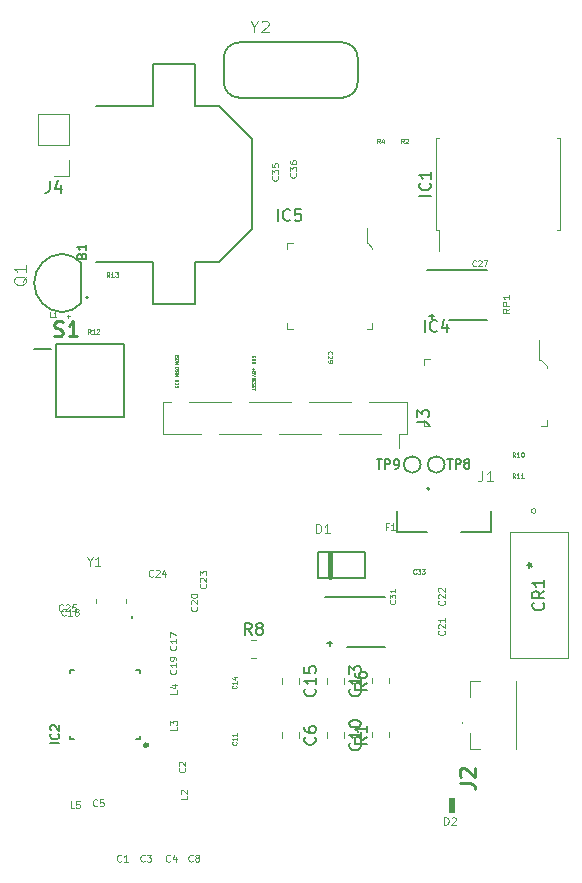
<source format=gto>
G04 #@! TF.GenerationSoftware,KiCad,Pcbnew,(5.1.10)-1*
G04 #@! TF.CreationDate,2021-06-08T22:52:37-07:00*
G04 #@! TF.ProjectId,Plug_Pass,506c7567-5f50-4617-9373-2e6b69636164,v3.1*
G04 #@! TF.SameCoordinates,Original*
G04 #@! TF.FileFunction,Legend,Top*
G04 #@! TF.FilePolarity,Positive*
%FSLAX46Y46*%
G04 Gerber Fmt 4.6, Leading zero omitted, Abs format (unit mm)*
G04 Created by KiCad (PCBNEW (5.1.10)-1) date 2021-06-08 22:52:37*
%MOMM*%
%LPD*%
G01*
G04 APERTURE LIST*
%ADD10C,0.050000*%
%ADD11C,0.127000*%
%ADD12C,0.200000*%
%ADD13C,0.010000*%
%ADD14C,0.120000*%
%ADD15C,0.100000*%
%ADD16C,0.203200*%
%ADD17C,0.406400*%
%ADD18C,0.304800*%
%ADD19C,0.015000*%
%ADD20C,0.150000*%
%ADD21C,0.038608*%
%ADD22C,0.046329*%
%ADD23C,0.254000*%
%ADD24C,0.138988*%
%ADD25C,0.057912*%
%ADD26C,0.050800*%
%ADD27C,0.061772*%
G04 APERTURE END LIST*
D10*
X148349904Y-83329904D02*
X148468952Y-83246571D01*
X148349904Y-83187047D02*
X148599904Y-83187047D01*
X148599904Y-83282285D01*
X148588000Y-83306095D01*
X148576095Y-83318000D01*
X148552285Y-83329904D01*
X148516571Y-83329904D01*
X148492761Y-83318000D01*
X148480857Y-83306095D01*
X148468952Y-83282285D01*
X148468952Y-83187047D01*
X148480857Y-83437047D02*
X148480857Y-83520380D01*
X148349904Y-83556095D02*
X148349904Y-83437047D01*
X148599904Y-83437047D01*
X148599904Y-83556095D01*
X148361809Y-83651333D02*
X148349904Y-83687047D01*
X148349904Y-83746571D01*
X148361809Y-83770380D01*
X148373714Y-83782285D01*
X148397523Y-83794190D01*
X148421333Y-83794190D01*
X148445142Y-83782285D01*
X148457047Y-83770380D01*
X148468952Y-83746571D01*
X148480857Y-83698952D01*
X148492761Y-83675142D01*
X148504666Y-83663238D01*
X148528476Y-83651333D01*
X148552285Y-83651333D01*
X148576095Y-83663238D01*
X148588000Y-83675142D01*
X148599904Y-83698952D01*
X148599904Y-83758476D01*
X148588000Y-83794190D01*
X148480857Y-83901333D02*
X148480857Y-83984666D01*
X148349904Y-84020380D02*
X148349904Y-83901333D01*
X148599904Y-83901333D01*
X148599904Y-84020380D01*
X148599904Y-84091809D02*
X148599904Y-84234666D01*
X148349904Y-84163238D02*
X148599904Y-84163238D01*
X148445142Y-82355571D02*
X148445142Y-82546047D01*
X148349904Y-82450809D02*
X148540380Y-82450809D01*
X148599904Y-82784142D02*
X148599904Y-82665095D01*
X148480857Y-82653190D01*
X148492761Y-82665095D01*
X148504666Y-82688904D01*
X148504666Y-82748428D01*
X148492761Y-82772238D01*
X148480857Y-82784142D01*
X148457047Y-82796047D01*
X148397523Y-82796047D01*
X148373714Y-82784142D01*
X148361809Y-82772238D01*
X148349904Y-82748428D01*
X148349904Y-82688904D01*
X148361809Y-82665095D01*
X148373714Y-82653190D01*
X148599904Y-82867476D02*
X148349904Y-82950809D01*
X148599904Y-83034142D01*
X148588000Y-81470523D02*
X148599904Y-81446714D01*
X148599904Y-81411000D01*
X148588000Y-81375285D01*
X148564190Y-81351476D01*
X148540380Y-81339571D01*
X148492761Y-81327666D01*
X148457047Y-81327666D01*
X148409428Y-81339571D01*
X148385619Y-81351476D01*
X148361809Y-81375285D01*
X148349904Y-81411000D01*
X148349904Y-81434809D01*
X148361809Y-81470523D01*
X148373714Y-81482428D01*
X148457047Y-81482428D01*
X148457047Y-81434809D01*
X148349904Y-81589571D02*
X148599904Y-81589571D01*
X148349904Y-81732428D01*
X148599904Y-81732428D01*
X148349904Y-81851476D02*
X148599904Y-81851476D01*
X148599904Y-81911000D01*
X148588000Y-81946714D01*
X148564190Y-81970523D01*
X148540380Y-81982428D01*
X148492761Y-81994333D01*
X148457047Y-81994333D01*
X148409428Y-81982428D01*
X148385619Y-81970523D01*
X148361809Y-81946714D01*
X148349904Y-81911000D01*
X148349904Y-81851476D01*
X142087190Y-84014428D02*
X142099095Y-83978714D01*
X142099095Y-83919190D01*
X142087190Y-83895380D01*
X142075285Y-83883476D01*
X142051476Y-83871571D01*
X142027666Y-83871571D01*
X142003857Y-83883476D01*
X141991952Y-83895380D01*
X141980047Y-83919190D01*
X141968142Y-83966809D01*
X141956238Y-83990619D01*
X141944333Y-84002523D01*
X141920523Y-84014428D01*
X141896714Y-84014428D01*
X141872904Y-84002523D01*
X141861000Y-83990619D01*
X141849095Y-83966809D01*
X141849095Y-83907285D01*
X141861000Y-83871571D01*
X142075285Y-83621571D02*
X142087190Y-83633476D01*
X142099095Y-83669190D01*
X142099095Y-83693000D01*
X142087190Y-83728714D01*
X142063380Y-83752523D01*
X142039571Y-83764428D01*
X141991952Y-83776333D01*
X141956238Y-83776333D01*
X141908619Y-83764428D01*
X141884809Y-83752523D01*
X141861000Y-83728714D01*
X141849095Y-83693000D01*
X141849095Y-83669190D01*
X141861000Y-83633476D01*
X141872904Y-83621571D01*
X142099095Y-83514428D02*
X141849095Y-83514428D01*
X142099095Y-83371571D02*
X141956238Y-83478714D01*
X141849095Y-83371571D02*
X141991952Y-83514428D01*
X142099095Y-83069857D02*
X141849095Y-83069857D01*
X142027666Y-82986523D01*
X141849095Y-82903190D01*
X142099095Y-82903190D01*
X142099095Y-82784142D02*
X141849095Y-82784142D01*
X142087190Y-82677000D02*
X142099095Y-82641285D01*
X142099095Y-82581761D01*
X142087190Y-82557952D01*
X142075285Y-82546047D01*
X142051476Y-82534142D01*
X142027666Y-82534142D01*
X142003857Y-82546047D01*
X141991952Y-82557952D01*
X141980047Y-82581761D01*
X141968142Y-82629380D01*
X141956238Y-82653190D01*
X141944333Y-82665095D01*
X141920523Y-82677000D01*
X141896714Y-82677000D01*
X141872904Y-82665095D01*
X141861000Y-82653190D01*
X141849095Y-82629380D01*
X141849095Y-82569857D01*
X141861000Y-82534142D01*
X141849095Y-82379380D02*
X141849095Y-82331761D01*
X141861000Y-82307952D01*
X141884809Y-82284142D01*
X141932428Y-82272238D01*
X142015761Y-82272238D01*
X142063380Y-82284142D01*
X142087190Y-82307952D01*
X142099095Y-82331761D01*
X142099095Y-82379380D01*
X142087190Y-82403190D01*
X142063380Y-82427000D01*
X142015761Y-82438904D01*
X141932428Y-82438904D01*
X141884809Y-82427000D01*
X141861000Y-82403190D01*
X141849095Y-82379380D01*
X142099095Y-82053857D02*
X141849095Y-82053857D01*
X142027666Y-81970523D01*
X141849095Y-81887190D01*
X142099095Y-81887190D01*
X141849095Y-81720523D02*
X141849095Y-81672904D01*
X141861000Y-81649095D01*
X141884809Y-81625285D01*
X141932428Y-81613380D01*
X142015761Y-81613380D01*
X142063380Y-81625285D01*
X142087190Y-81649095D01*
X142099095Y-81672904D01*
X142099095Y-81720523D01*
X142087190Y-81744333D01*
X142063380Y-81768142D01*
X142015761Y-81780047D01*
X141932428Y-81780047D01*
X141884809Y-81768142D01*
X141861000Y-81744333D01*
X141849095Y-81720523D01*
X142087190Y-81518142D02*
X142099095Y-81482428D01*
X142099095Y-81422904D01*
X142087190Y-81399095D01*
X142075285Y-81387190D01*
X142051476Y-81375285D01*
X142027666Y-81375285D01*
X142003857Y-81387190D01*
X141991952Y-81399095D01*
X141980047Y-81422904D01*
X141968142Y-81470523D01*
X141956238Y-81494333D01*
X141944333Y-81506238D01*
X141920523Y-81518142D01*
X141896714Y-81518142D01*
X141872904Y-81506238D01*
X141861000Y-81494333D01*
X141849095Y-81470523D01*
X141849095Y-81411000D01*
X141861000Y-81375285D01*
X142099095Y-81268142D02*
X141849095Y-81268142D01*
D11*
X156043000Y-54820000D02*
G75*
G02*
X157313000Y-56140000I-25000J-1295000D01*
G01*
X145963000Y-56140000D02*
G75*
G02*
X147233000Y-54820000I1295000J25000D01*
G01*
X147233000Y-59480000D02*
G75*
G02*
X145963000Y-58160000I25000J1295000D01*
G01*
X157313000Y-58160000D02*
G75*
G02*
X156043000Y-59480000I-1295000J-25000D01*
G01*
X157313000Y-56140000D02*
X157313000Y-58160000D01*
X156043000Y-59480000D02*
X147233000Y-59480000D01*
X145963000Y-58160000D02*
X145963000Y-56140000D01*
X147233000Y-54820000D02*
X156043000Y-54820000D01*
X133854999Y-73459000D02*
G75*
G03*
X132335000Y-72709000I-1739129J-1609369D01*
G01*
X129915000Y-75184000D02*
G75*
G02*
X132335000Y-72709000I2447500J27500D01*
G01*
X132335000Y-77659000D02*
G75*
G02*
X129915000Y-75184000I27500J2447500D01*
G01*
X133854999Y-76909000D02*
G75*
G02*
X132335000Y-77659000I-1739129J1609369D01*
G01*
D12*
X134485000Y-76434000D02*
G75*
G03*
X134485000Y-76434000I-100000J0D01*
G01*
D11*
X133855000Y-76909000D02*
X133855000Y-73459000D01*
D13*
G36*
X165471028Y-120005000D02*
G01*
X165046000Y-120005000D01*
X165046000Y-118754972D01*
X165471028Y-118754972D01*
X165471028Y-120005000D01*
G37*
X165471028Y-120005000D02*
X165046000Y-120005000D01*
X165046000Y-118754972D01*
X165471028Y-118754972D01*
X165471028Y-120005000D01*
D14*
X170218100Y-96266000D02*
X170218100Y-106934000D01*
X170218100Y-106934000D02*
X175069500Y-106934000D01*
X175069500Y-106934000D02*
X175069500Y-96266000D01*
X175069500Y-96266000D02*
X170218100Y-96266000D01*
X172415200Y-94488000D02*
G75*
G03*
X172415200Y-94488000I-203200J0D01*
G01*
X148259436Y-106907000D02*
X148713564Y-106907000D01*
X148259436Y-105437000D02*
X148713564Y-105437000D01*
X159993000Y-109089564D02*
X159993000Y-108635436D01*
X158523000Y-109089564D02*
X158523000Y-108635436D01*
X159993000Y-113661564D02*
X159993000Y-113207436D01*
X158523000Y-113661564D02*
X158523000Y-113207436D01*
X150903000Y-108638748D02*
X150903000Y-109161252D01*
X152373000Y-108638748D02*
X152373000Y-109161252D01*
X154713000Y-108638748D02*
X154713000Y-109161252D01*
X156183000Y-108638748D02*
X156183000Y-109161252D01*
X154713000Y-113210748D02*
X154713000Y-113733252D01*
X156183000Y-113210748D02*
X156183000Y-113733252D01*
X150903000Y-113210748D02*
X150903000Y-113733252D01*
X152373000Y-113210748D02*
X152373000Y-113733252D01*
X132902000Y-66100000D02*
X131572000Y-66100000D01*
X132902000Y-64770000D02*
X132902000Y-66100000D01*
X132902000Y-63500000D02*
X130242000Y-63500000D01*
X130242000Y-63500000D02*
X130242000Y-60900000D01*
X132902000Y-63500000D02*
X132902000Y-60900000D01*
X132902000Y-60900000D02*
X130242000Y-60900000D01*
D15*
X158540000Y-72288000D02*
X158540000Y-72188000D01*
X158540000Y-72188000D02*
X158190000Y-71838000D01*
X158190000Y-71838000D02*
X158090000Y-71838000D01*
X158090000Y-71838000D02*
X158090000Y-70538000D01*
X158540000Y-79038000D02*
X158540000Y-78588000D01*
X158540000Y-79038000D02*
X158090000Y-79038000D01*
X151340000Y-79038000D02*
X151790000Y-79038000D01*
X151340000Y-79038000D02*
X151340000Y-78588000D01*
X151340000Y-71838000D02*
X151340000Y-72288000D01*
X151340000Y-71838000D02*
X151790000Y-71838000D01*
D14*
X161450000Y-85284000D02*
X161450000Y-87944000D01*
X161450000Y-87944000D02*
X160780000Y-87944000D01*
X159260000Y-87944000D02*
X155700000Y-87944000D01*
X154180000Y-87944000D02*
X150620000Y-87944000D01*
X149100000Y-87944000D02*
X145540000Y-87944000D01*
X144020000Y-87944000D02*
X140810000Y-87944000D01*
X140810000Y-85284000D02*
X140810000Y-87944000D01*
X161450000Y-85284000D02*
X158240000Y-85284000D01*
X156720000Y-85284000D02*
X153160000Y-85284000D01*
X151640000Y-85284000D02*
X148080000Y-85284000D01*
X146560000Y-85284000D02*
X143000000Y-85284000D01*
X141480000Y-85284000D02*
X140810000Y-85284000D01*
X160780000Y-87944000D02*
X160780000Y-89154000D01*
D12*
X131720000Y-80314000D02*
X137520000Y-80314000D01*
X137520000Y-80314000D02*
X137520000Y-86564000D01*
X137520000Y-86564000D02*
X131720000Y-86564000D01*
X131720000Y-86564000D02*
X131720000Y-80314000D01*
X129920000Y-80809000D02*
X131370000Y-80809000D01*
D16*
X143510000Y-76962000D02*
X143510000Y-73406000D01*
X143510000Y-73406000D02*
X145542000Y-73406000D01*
X145542000Y-73406000D02*
X148336000Y-70612000D01*
X148336000Y-70612000D02*
X148336000Y-62992000D01*
X148336000Y-62992000D02*
X145542000Y-60198000D01*
X145542000Y-60198000D02*
X143510000Y-60198000D01*
X143510000Y-60198000D02*
X143510000Y-56642000D01*
X143510000Y-56642000D02*
X139954000Y-56642000D01*
X139954000Y-56642000D02*
X139954000Y-60198000D01*
X139954000Y-60198000D02*
X135128000Y-60198000D01*
X135128000Y-73406000D02*
X139954000Y-73406000D01*
X139954000Y-73406000D02*
X139954000Y-76962000D01*
X139954000Y-76962000D02*
X143510000Y-76962000D01*
D11*
X160592000Y-94469000D02*
X160592000Y-96249000D01*
X160592000Y-96249000D02*
X163172000Y-96249000D01*
X168592000Y-94469000D02*
X168592000Y-96249000D01*
X168592000Y-96249000D02*
X166012000Y-96249000D01*
D12*
X163392000Y-92599000D02*
G75*
G03*
X163392000Y-92599000I-100000J0D01*
G01*
D15*
X135148000Y-102308000D02*
X135148000Y-101908000D01*
X137648000Y-102308000D02*
X137648000Y-101908000D01*
D12*
X138198000Y-103508000D02*
X138198000Y-103508000D01*
X138198000Y-103408000D02*
X138198000Y-103408000D01*
X138198000Y-103508000D02*
G75*
G02*
X138198000Y-103408000I0J50000D01*
G01*
X138198000Y-103408000D02*
G75*
G02*
X138198000Y-103508000I0J-50000D01*
G01*
X154530000Y-101736000D02*
X159630000Y-101736000D01*
X156405000Y-106036000D02*
X159630000Y-106036000D01*
X163166000Y-74050000D02*
X168266000Y-74050000D01*
X165041000Y-78350000D02*
X168266000Y-78350000D01*
D11*
X153956000Y-100160000D02*
X157956000Y-100160000D01*
X157956000Y-100160000D02*
X157956000Y-97960000D01*
X157956000Y-97960000D02*
X153956000Y-97960000D01*
X153956000Y-97960000D02*
X153956000Y-100160000D01*
D17*
X154956000Y-98060000D02*
X154956000Y-100060000D01*
D16*
X162625000Y-90551000D02*
G75*
G03*
X162625000Y-90551000I-700000J0D01*
G01*
X164657000Y-90551000D02*
G75*
G03*
X164657000Y-90551000I-700000J0D01*
G01*
D15*
X170677000Y-114635000D02*
X170677000Y-108885000D01*
X167677000Y-114635000D02*
X166827000Y-114635000D01*
X166827000Y-114635000D02*
X166827000Y-113260000D01*
X167677000Y-108885000D02*
X166827000Y-108885000D01*
X166827000Y-108885000D02*
X166827000Y-110260000D01*
X166177000Y-112460000D02*
X166177000Y-112460000D01*
X166177000Y-112360000D02*
X166177000Y-112360000D01*
X166177000Y-112460000D02*
G75*
G02*
X166177000Y-112360000I0J50000D01*
G01*
X166177000Y-112360000D02*
G75*
G02*
X166177000Y-112460000I0J-50000D01*
G01*
X173348000Y-82405000D02*
X173348000Y-82230000D01*
X173348000Y-82230000D02*
X172823000Y-81705000D01*
X172823000Y-81705000D02*
X172673000Y-81705000D01*
X172673000Y-81705000D02*
X172673000Y-80030000D01*
X173348000Y-87255000D02*
X173348000Y-86755000D01*
X173348000Y-87255000D02*
X172848000Y-87255000D01*
X162948000Y-87255000D02*
X162948000Y-86755000D01*
X162948000Y-87255000D02*
X163448000Y-87255000D01*
X162948000Y-81655000D02*
X162948000Y-82155000D01*
X162948000Y-81655000D02*
X163448000Y-81655000D01*
D16*
X133252000Y-113821000D02*
X132940000Y-113821000D01*
X138840000Y-113821000D02*
X138840000Y-113509000D01*
X132940000Y-113509000D02*
X132940000Y-113821000D01*
X138840000Y-107921000D02*
X138528000Y-107921000D01*
X138840000Y-108233000D02*
X138840000Y-107921000D01*
X138840000Y-113821000D02*
X138528000Y-113821000D01*
X132940000Y-107921000D02*
X132940000Y-108233000D01*
X133252000Y-107921000D02*
X132940000Y-107921000D01*
D18*
X139507000Y-114311000D02*
G75*
G03*
X139507000Y-114311000I-127000J0D01*
G01*
D14*
X174424000Y-66802000D02*
X174424000Y-62942000D01*
X174424000Y-62942000D02*
X174169000Y-62942000D01*
X174424000Y-66802000D02*
X174424000Y-70662000D01*
X174424000Y-70662000D02*
X174169000Y-70662000D01*
X163904000Y-66802000D02*
X163904000Y-62942000D01*
X163904000Y-62942000D02*
X164159000Y-62942000D01*
X163904000Y-66802000D02*
X163904000Y-70662000D01*
X163904000Y-70662000D02*
X164159000Y-70662000D01*
X164159000Y-70662000D02*
X164159000Y-72477000D01*
D19*
X148564338Y-53488236D02*
X148564338Y-53964812D01*
X148230734Y-52964001D02*
X148564338Y-53488236D01*
X148897942Y-52964001D01*
X149183888Y-53059317D02*
X149231545Y-53011659D01*
X149326861Y-52964001D01*
X149565149Y-52964001D01*
X149660464Y-53011659D01*
X149708122Y-53059317D01*
X149755780Y-53154632D01*
X149755780Y-53249947D01*
X149708122Y-53392920D01*
X149136230Y-53964812D01*
X149755780Y-53964812D01*
X129297619Y-74604238D02*
X129250000Y-74699476D01*
X129154761Y-74794714D01*
X129011904Y-74937571D01*
X128964285Y-75032809D01*
X128964285Y-75128047D01*
X129202380Y-75080428D02*
X129154761Y-75175666D01*
X129059523Y-75270904D01*
X128869047Y-75318523D01*
X128535714Y-75318523D01*
X128345238Y-75270904D01*
X128250000Y-75175666D01*
X128202380Y-75080428D01*
X128202380Y-74889952D01*
X128250000Y-74794714D01*
X128345238Y-74699476D01*
X128535714Y-74651857D01*
X128869047Y-74651857D01*
X129059523Y-74699476D01*
X129154761Y-74794714D01*
X129202380Y-74889952D01*
X129202380Y-75080428D01*
X129202380Y-73699476D02*
X129202380Y-74270904D01*
X129202380Y-73985190D02*
X128202380Y-73985190D01*
X128345238Y-74080428D01*
X128440476Y-74175666D01*
X128488095Y-74270904D01*
X164641294Y-121048594D02*
X164641294Y-120407568D01*
X164793920Y-120407568D01*
X164885495Y-120438094D01*
X164946545Y-120499144D01*
X164977070Y-120560194D01*
X165007595Y-120682294D01*
X165007595Y-120773869D01*
X164977070Y-120895969D01*
X164946545Y-120957019D01*
X164885495Y-121018069D01*
X164793920Y-121048594D01*
X164641294Y-121048594D01*
X165251795Y-120468619D02*
X165282320Y-120438094D01*
X165343370Y-120407568D01*
X165495996Y-120407568D01*
X165557046Y-120438094D01*
X165587571Y-120468619D01*
X165618096Y-120529669D01*
X165618096Y-120590719D01*
X165587571Y-120682294D01*
X165221270Y-121048594D01*
X165618096Y-121048594D01*
D20*
X173000942Y-102266666D02*
X173048561Y-102314285D01*
X173096180Y-102457142D01*
X173096180Y-102552380D01*
X173048561Y-102695238D01*
X172953323Y-102790476D01*
X172858085Y-102838095D01*
X172667609Y-102885714D01*
X172524752Y-102885714D01*
X172334276Y-102838095D01*
X172239038Y-102790476D01*
X172143800Y-102695238D01*
X172096180Y-102552380D01*
X172096180Y-102457142D01*
X172143800Y-102314285D01*
X172191419Y-102266666D01*
X173096180Y-101266666D02*
X172619990Y-101600000D01*
X173096180Y-101838095D02*
X172096180Y-101838095D01*
X172096180Y-101457142D01*
X172143800Y-101361904D01*
X172191419Y-101314285D01*
X172286657Y-101266666D01*
X172429514Y-101266666D01*
X172524752Y-101314285D01*
X172572371Y-101361904D01*
X172619990Y-101457142D01*
X172619990Y-101838095D01*
X173096180Y-100314285D02*
X173096180Y-100885714D01*
X173096180Y-100600000D02*
X172096180Y-100600000D01*
X172239038Y-100695238D01*
X172334276Y-100790476D01*
X172381895Y-100885714D01*
X171664380Y-99060000D02*
X171902476Y-99060000D01*
X171807238Y-99298095D02*
X171902476Y-99060000D01*
X171807238Y-98821904D01*
X172092952Y-99202857D02*
X171902476Y-99060000D01*
X172092952Y-98917142D01*
X148319833Y-104974380D02*
X147986500Y-104498190D01*
X147748404Y-104974380D02*
X147748404Y-103974380D01*
X148129357Y-103974380D01*
X148224595Y-104022000D01*
X148272214Y-104069619D01*
X148319833Y-104164857D01*
X148319833Y-104307714D01*
X148272214Y-104402952D01*
X148224595Y-104450571D01*
X148129357Y-104498190D01*
X147748404Y-104498190D01*
X148891261Y-104402952D02*
X148796023Y-104355333D01*
X148748404Y-104307714D01*
X148700785Y-104212476D01*
X148700785Y-104164857D01*
X148748404Y-104069619D01*
X148796023Y-104022000D01*
X148891261Y-103974380D01*
X149081738Y-103974380D01*
X149176976Y-104022000D01*
X149224595Y-104069619D01*
X149272214Y-104164857D01*
X149272214Y-104212476D01*
X149224595Y-104307714D01*
X149176976Y-104355333D01*
X149081738Y-104402952D01*
X148891261Y-104402952D01*
X148796023Y-104450571D01*
X148748404Y-104498190D01*
X148700785Y-104593428D01*
X148700785Y-104783904D01*
X148748404Y-104879142D01*
X148796023Y-104926761D01*
X148891261Y-104974380D01*
X149081738Y-104974380D01*
X149176976Y-104926761D01*
X149224595Y-104879142D01*
X149272214Y-104783904D01*
X149272214Y-104593428D01*
X149224595Y-104498190D01*
X149176976Y-104450571D01*
X149081738Y-104402952D01*
X158060380Y-109029166D02*
X157584190Y-109362500D01*
X158060380Y-109600595D02*
X157060380Y-109600595D01*
X157060380Y-109219642D01*
X157108000Y-109124404D01*
X157155619Y-109076785D01*
X157250857Y-109029166D01*
X157393714Y-109029166D01*
X157488952Y-109076785D01*
X157536571Y-109124404D01*
X157584190Y-109219642D01*
X157584190Y-109600595D01*
X157060380Y-108172023D02*
X157060380Y-108362500D01*
X157108000Y-108457738D01*
X157155619Y-108505357D01*
X157298476Y-108600595D01*
X157488952Y-108648214D01*
X157869904Y-108648214D01*
X157965142Y-108600595D01*
X158012761Y-108552976D01*
X158060380Y-108457738D01*
X158060380Y-108267261D01*
X158012761Y-108172023D01*
X157965142Y-108124404D01*
X157869904Y-108076785D01*
X157631809Y-108076785D01*
X157536571Y-108124404D01*
X157488952Y-108172023D01*
X157441333Y-108267261D01*
X157441333Y-108457738D01*
X157488952Y-108552976D01*
X157536571Y-108600595D01*
X157631809Y-108648214D01*
X158060380Y-113601166D02*
X157584190Y-113934500D01*
X158060380Y-114172595D02*
X157060380Y-114172595D01*
X157060380Y-113791642D01*
X157108000Y-113696404D01*
X157155619Y-113648785D01*
X157250857Y-113601166D01*
X157393714Y-113601166D01*
X157488952Y-113648785D01*
X157536571Y-113696404D01*
X157584190Y-113791642D01*
X157584190Y-114172595D01*
X158060380Y-112648785D02*
X158060380Y-113220214D01*
X158060380Y-112934500D02*
X157060380Y-112934500D01*
X157203238Y-113029738D01*
X157298476Y-113124976D01*
X157346095Y-113220214D01*
X153675142Y-109542857D02*
X153722761Y-109590476D01*
X153770380Y-109733333D01*
X153770380Y-109828571D01*
X153722761Y-109971428D01*
X153627523Y-110066666D01*
X153532285Y-110114285D01*
X153341809Y-110161904D01*
X153198952Y-110161904D01*
X153008476Y-110114285D01*
X152913238Y-110066666D01*
X152818000Y-109971428D01*
X152770380Y-109828571D01*
X152770380Y-109733333D01*
X152818000Y-109590476D01*
X152865619Y-109542857D01*
X153770380Y-108590476D02*
X153770380Y-109161904D01*
X153770380Y-108876190D02*
X152770380Y-108876190D01*
X152913238Y-108971428D01*
X153008476Y-109066666D01*
X153056095Y-109161904D01*
X152770380Y-107685714D02*
X152770380Y-108161904D01*
X153246571Y-108209523D01*
X153198952Y-108161904D01*
X153151333Y-108066666D01*
X153151333Y-107828571D01*
X153198952Y-107733333D01*
X153246571Y-107685714D01*
X153341809Y-107638095D01*
X153579904Y-107638095D01*
X153675142Y-107685714D01*
X153722761Y-107733333D01*
X153770380Y-107828571D01*
X153770380Y-108066666D01*
X153722761Y-108161904D01*
X153675142Y-108209523D01*
X157485142Y-109542857D02*
X157532761Y-109590476D01*
X157580380Y-109733333D01*
X157580380Y-109828571D01*
X157532761Y-109971428D01*
X157437523Y-110066666D01*
X157342285Y-110114285D01*
X157151809Y-110161904D01*
X157008952Y-110161904D01*
X156818476Y-110114285D01*
X156723238Y-110066666D01*
X156628000Y-109971428D01*
X156580380Y-109828571D01*
X156580380Y-109733333D01*
X156628000Y-109590476D01*
X156675619Y-109542857D01*
X157580380Y-108590476D02*
X157580380Y-109161904D01*
X157580380Y-108876190D02*
X156580380Y-108876190D01*
X156723238Y-108971428D01*
X156818476Y-109066666D01*
X156866095Y-109161904D01*
X156580380Y-108257142D02*
X156580380Y-107638095D01*
X156961333Y-107971428D01*
X156961333Y-107828571D01*
X157008952Y-107733333D01*
X157056571Y-107685714D01*
X157151809Y-107638095D01*
X157389904Y-107638095D01*
X157485142Y-107685714D01*
X157532761Y-107733333D01*
X157580380Y-107828571D01*
X157580380Y-108114285D01*
X157532761Y-108209523D01*
X157485142Y-108257142D01*
X157485142Y-114114857D02*
X157532761Y-114162476D01*
X157580380Y-114305333D01*
X157580380Y-114400571D01*
X157532761Y-114543428D01*
X157437523Y-114638666D01*
X157342285Y-114686285D01*
X157151809Y-114733904D01*
X157008952Y-114733904D01*
X156818476Y-114686285D01*
X156723238Y-114638666D01*
X156628000Y-114543428D01*
X156580380Y-114400571D01*
X156580380Y-114305333D01*
X156628000Y-114162476D01*
X156675619Y-114114857D01*
X157580380Y-113162476D02*
X157580380Y-113733904D01*
X157580380Y-113448190D02*
X156580380Y-113448190D01*
X156723238Y-113543428D01*
X156818476Y-113638666D01*
X156866095Y-113733904D01*
X156580380Y-112543428D02*
X156580380Y-112448190D01*
X156628000Y-112352952D01*
X156675619Y-112305333D01*
X156770857Y-112257714D01*
X156961333Y-112210095D01*
X157199428Y-112210095D01*
X157389904Y-112257714D01*
X157485142Y-112305333D01*
X157532761Y-112352952D01*
X157580380Y-112448190D01*
X157580380Y-112543428D01*
X157532761Y-112638666D01*
X157485142Y-112686285D01*
X157389904Y-112733904D01*
X157199428Y-112781523D01*
X156961333Y-112781523D01*
X156770857Y-112733904D01*
X156675619Y-112686285D01*
X156628000Y-112638666D01*
X156580380Y-112543428D01*
X153675142Y-113638666D02*
X153722761Y-113686285D01*
X153770380Y-113829142D01*
X153770380Y-113924380D01*
X153722761Y-114067238D01*
X153627523Y-114162476D01*
X153532285Y-114210095D01*
X153341809Y-114257714D01*
X153198952Y-114257714D01*
X153008476Y-114210095D01*
X152913238Y-114162476D01*
X152818000Y-114067238D01*
X152770380Y-113924380D01*
X152770380Y-113829142D01*
X152818000Y-113686285D01*
X152865619Y-113638666D01*
X152770380Y-112781523D02*
X152770380Y-112972000D01*
X152818000Y-113067238D01*
X152865619Y-113114857D01*
X153008476Y-113210095D01*
X153198952Y-113257714D01*
X153579904Y-113257714D01*
X153675142Y-113210095D01*
X153722761Y-113162476D01*
X153770380Y-113067238D01*
X153770380Y-112876761D01*
X153722761Y-112781523D01*
X153675142Y-112733904D01*
X153579904Y-112686285D01*
X153341809Y-112686285D01*
X153246571Y-112733904D01*
X153198952Y-112781523D01*
X153151333Y-112876761D01*
X153151333Y-113067238D01*
X153198952Y-113162476D01*
X153246571Y-113210095D01*
X153341809Y-113257714D01*
X131238666Y-66552380D02*
X131238666Y-67266666D01*
X131191047Y-67409523D01*
X131095809Y-67504761D01*
X130952952Y-67552380D01*
X130857714Y-67552380D01*
X132143428Y-66885714D02*
X132143428Y-67552380D01*
X131905333Y-66504761D02*
X131667238Y-67219047D01*
X132286285Y-67219047D01*
X150534809Y-69921380D02*
X150534809Y-68921380D01*
X151582428Y-69826142D02*
X151534809Y-69873761D01*
X151391952Y-69921380D01*
X151296714Y-69921380D01*
X151153857Y-69873761D01*
X151058619Y-69778523D01*
X151011000Y-69683285D01*
X150963380Y-69492809D01*
X150963380Y-69349952D01*
X151011000Y-69159476D01*
X151058619Y-69064238D01*
X151153857Y-68969000D01*
X151296714Y-68921380D01*
X151391952Y-68921380D01*
X151534809Y-68969000D01*
X151582428Y-69016619D01*
X152487190Y-68921380D02*
X152011000Y-68921380D01*
X151963380Y-69397571D01*
X152011000Y-69349952D01*
X152106238Y-69302333D01*
X152344333Y-69302333D01*
X152439571Y-69349952D01*
X152487190Y-69397571D01*
X152534809Y-69492809D01*
X152534809Y-69730904D01*
X152487190Y-69826142D01*
X152439571Y-69873761D01*
X152344333Y-69921380D01*
X152106238Y-69921380D01*
X152011000Y-69873761D01*
X151963380Y-69826142D01*
D21*
X136285635Y-74665616D02*
X136156941Y-74481768D01*
X136065018Y-74665616D02*
X136065018Y-74279536D01*
X136212096Y-74279536D01*
X136248865Y-74297921D01*
X136267250Y-74316305D01*
X136285635Y-74353075D01*
X136285635Y-74408229D01*
X136267250Y-74444999D01*
X136248865Y-74463383D01*
X136212096Y-74481768D01*
X136065018Y-74481768D01*
X136653330Y-74665616D02*
X136432713Y-74665616D01*
X136543021Y-74665616D02*
X136543021Y-74279536D01*
X136506252Y-74334690D01*
X136469482Y-74371460D01*
X136432713Y-74389844D01*
X136782023Y-74279536D02*
X137021025Y-74279536D01*
X136892332Y-74426614D01*
X136947486Y-74426614D01*
X136984256Y-74444999D01*
X137002640Y-74463383D01*
X137021025Y-74500153D01*
X137021025Y-74592077D01*
X137002640Y-74628846D01*
X136984256Y-74647231D01*
X136947486Y-74665616D01*
X136837178Y-74665616D01*
X136800408Y-74647231D01*
X136782023Y-74628846D01*
D20*
X162342380Y-86947333D02*
X163056666Y-86947333D01*
X163199523Y-86994952D01*
X163294761Y-87090190D01*
X163342380Y-87233047D01*
X163342380Y-87328285D01*
X162342380Y-86566380D02*
X162342380Y-85947333D01*
X162723333Y-86280666D01*
X162723333Y-86137809D01*
X162770952Y-86042571D01*
X162818571Y-85994952D01*
X162913809Y-85947333D01*
X163151904Y-85947333D01*
X163247142Y-85994952D01*
X163294761Y-86042571D01*
X163342380Y-86137809D01*
X163342380Y-86423523D01*
X163294761Y-86518761D01*
X163247142Y-86566380D01*
D22*
X152063268Y-65911908D02*
X152090845Y-65939485D01*
X152118422Y-66022216D01*
X152118422Y-66077370D01*
X152090845Y-66160102D01*
X152035691Y-66215256D01*
X151980537Y-66242833D01*
X151870228Y-66270410D01*
X151787497Y-66270410D01*
X151677188Y-66242833D01*
X151622034Y-66215256D01*
X151566880Y-66160102D01*
X151539302Y-66077370D01*
X151539302Y-66022216D01*
X151566880Y-65939485D01*
X151594457Y-65911908D01*
X151539302Y-65718868D02*
X151539302Y-65360365D01*
X151759920Y-65553405D01*
X151759920Y-65470673D01*
X151787497Y-65415519D01*
X151815074Y-65387942D01*
X151870228Y-65360365D01*
X152008114Y-65360365D01*
X152063268Y-65387942D01*
X152090845Y-65415519D01*
X152118422Y-65470673D01*
X152118422Y-65636136D01*
X152090845Y-65691290D01*
X152063268Y-65718868D01*
X151539302Y-64863976D02*
X151539302Y-64974285D01*
X151566880Y-65029439D01*
X151594457Y-65057016D01*
X151677188Y-65112170D01*
X151787497Y-65139748D01*
X152008114Y-65139748D01*
X152063268Y-65112170D01*
X152090845Y-65084593D01*
X152118422Y-65029439D01*
X152118422Y-64919130D01*
X152090845Y-64863976D01*
X152063268Y-64836399D01*
X152008114Y-64808822D01*
X151870228Y-64808822D01*
X151815074Y-64836399D01*
X151787497Y-64863976D01*
X151759920Y-64919130D01*
X151759920Y-65029439D01*
X151787497Y-65084593D01*
X151815074Y-65112170D01*
X151870228Y-65139748D01*
X150539268Y-66150674D02*
X150566845Y-66178251D01*
X150594422Y-66260983D01*
X150594422Y-66316137D01*
X150566845Y-66398869D01*
X150511691Y-66454023D01*
X150456537Y-66481600D01*
X150346228Y-66509177D01*
X150263497Y-66509177D01*
X150153188Y-66481600D01*
X150098034Y-66454023D01*
X150042880Y-66398869D01*
X150015302Y-66316137D01*
X150015302Y-66260983D01*
X150042880Y-66178251D01*
X150070457Y-66150674D01*
X150015302Y-65957634D02*
X150015302Y-65599131D01*
X150235920Y-65792171D01*
X150235920Y-65709440D01*
X150263497Y-65654286D01*
X150291074Y-65626709D01*
X150346228Y-65599131D01*
X150484114Y-65599131D01*
X150539268Y-65626709D01*
X150566845Y-65654286D01*
X150594422Y-65709440D01*
X150594422Y-65874903D01*
X150566845Y-65930057D01*
X150539268Y-65957634D01*
X150015302Y-65075166D02*
X150015302Y-65350937D01*
X150291074Y-65378514D01*
X150263497Y-65350937D01*
X150235920Y-65295783D01*
X150235920Y-65157897D01*
X150263497Y-65102743D01*
X150291074Y-65075166D01*
X150346228Y-65047589D01*
X150484114Y-65047589D01*
X150539268Y-65075166D01*
X150566845Y-65102743D01*
X150594422Y-65157897D01*
X150594422Y-65295783D01*
X150566845Y-65350937D01*
X150539268Y-65378514D01*
D23*
X131620380Y-79635047D02*
X131801809Y-79695523D01*
X132104190Y-79695523D01*
X132225142Y-79635047D01*
X132285619Y-79574571D01*
X132346095Y-79453619D01*
X132346095Y-79332666D01*
X132285619Y-79211714D01*
X132225142Y-79151238D01*
X132104190Y-79090761D01*
X131862285Y-79030285D01*
X131741333Y-78969809D01*
X131680857Y-78909333D01*
X131620380Y-78788380D01*
X131620380Y-78667428D01*
X131680857Y-78546476D01*
X131741333Y-78486000D01*
X131862285Y-78425523D01*
X132164666Y-78425523D01*
X132346095Y-78486000D01*
X133555619Y-79695523D02*
X132829904Y-79695523D01*
X133192761Y-79695523D02*
X133192761Y-78425523D01*
X133071809Y-78606952D01*
X132950857Y-78727904D01*
X132829904Y-78788380D01*
D24*
X133924765Y-72874423D02*
X133961535Y-72764114D01*
X133998304Y-72727345D01*
X134071843Y-72690575D01*
X134182152Y-72690575D01*
X134255691Y-72727345D01*
X134292460Y-72764114D01*
X134329230Y-72837653D01*
X134329230Y-73131810D01*
X133557070Y-73131810D01*
X133557070Y-72874423D01*
X133593840Y-72800884D01*
X133630609Y-72764114D01*
X133704148Y-72727345D01*
X133777687Y-72727345D01*
X133851226Y-72764114D01*
X133887996Y-72800884D01*
X133924765Y-72874423D01*
X133924765Y-73131810D01*
X134329230Y-71955185D02*
X134329230Y-72396419D01*
X134329230Y-72175802D02*
X133557070Y-72175802D01*
X133667379Y-72249341D01*
X133740918Y-72322880D01*
X133777687Y-72396419D01*
D10*
X167848000Y-91074142D02*
X167848000Y-91717000D01*
X167805142Y-91845571D01*
X167719428Y-91931285D01*
X167590857Y-91974142D01*
X167505142Y-91974142D01*
X168748000Y-91974142D02*
X168233714Y-91974142D01*
X168490857Y-91974142D02*
X168490857Y-91074142D01*
X168405142Y-91202714D01*
X168319428Y-91288428D01*
X168233714Y-91331285D01*
X134604857Y-98745142D02*
X134604857Y-99102285D01*
X134354857Y-98352285D02*
X134604857Y-98745142D01*
X134854857Y-98352285D01*
X135497714Y-99102285D02*
X135069142Y-99102285D01*
X135283428Y-99102285D02*
X135283428Y-98352285D01*
X135212000Y-98459428D01*
X135140571Y-98530857D01*
X135069142Y-98566571D01*
D21*
X134685976Y-79475614D02*
X134557282Y-79291766D01*
X134465359Y-79475614D02*
X134465359Y-79089534D01*
X134612437Y-79089534D01*
X134649206Y-79107919D01*
X134667591Y-79126303D01*
X134685976Y-79163073D01*
X134685976Y-79218227D01*
X134667591Y-79254997D01*
X134649206Y-79273381D01*
X134612437Y-79291766D01*
X134465359Y-79291766D01*
X135053671Y-79475614D02*
X134833054Y-79475614D01*
X134943362Y-79475614D02*
X134943362Y-79089534D01*
X134906593Y-79144688D01*
X134869823Y-79181458D01*
X134833054Y-79199842D01*
X135200749Y-79126303D02*
X135219134Y-79107919D01*
X135255903Y-79089534D01*
X135347827Y-79089534D01*
X135384597Y-79107919D01*
X135402981Y-79126303D01*
X135421366Y-79163073D01*
X135421366Y-79199842D01*
X135402981Y-79254997D01*
X135182364Y-79475614D01*
X135421366Y-79475614D01*
X170633635Y-91683616D02*
X170504941Y-91499768D01*
X170413018Y-91683616D02*
X170413018Y-91297536D01*
X170560096Y-91297536D01*
X170596865Y-91315921D01*
X170615250Y-91334305D01*
X170633635Y-91371075D01*
X170633635Y-91426229D01*
X170615250Y-91462999D01*
X170596865Y-91481383D01*
X170560096Y-91499768D01*
X170413018Y-91499768D01*
X171001330Y-91683616D02*
X170780713Y-91683616D01*
X170891021Y-91683616D02*
X170891021Y-91297536D01*
X170854252Y-91352690D01*
X170817482Y-91389460D01*
X170780713Y-91407844D01*
X171369025Y-91683616D02*
X171148408Y-91683616D01*
X171258717Y-91683616D02*
X171258717Y-91297536D01*
X171221947Y-91352690D01*
X171185178Y-91389460D01*
X171148408Y-91407844D01*
X170633635Y-89905616D02*
X170504941Y-89721768D01*
X170413018Y-89905616D02*
X170413018Y-89519536D01*
X170560096Y-89519536D01*
X170596865Y-89537921D01*
X170615250Y-89556305D01*
X170633635Y-89593075D01*
X170633635Y-89648229D01*
X170615250Y-89684999D01*
X170596865Y-89703383D01*
X170560096Y-89721768D01*
X170413018Y-89721768D01*
X171001330Y-89905616D02*
X170780713Y-89905616D01*
X170891021Y-89905616D02*
X170891021Y-89519536D01*
X170854252Y-89574690D01*
X170817482Y-89611460D01*
X170780713Y-89629844D01*
X171240332Y-89519536D02*
X171277101Y-89519536D01*
X171313871Y-89537921D01*
X171332256Y-89556305D01*
X171350640Y-89593075D01*
X171369025Y-89666614D01*
X171369025Y-89758538D01*
X171350640Y-89832077D01*
X171332256Y-89868846D01*
X171313871Y-89887231D01*
X171277101Y-89905616D01*
X171240332Y-89905616D01*
X171203562Y-89887231D01*
X171185178Y-89868846D01*
X171166793Y-89832077D01*
X171148408Y-89758538D01*
X171148408Y-89666614D01*
X171166793Y-89593075D01*
X171185178Y-89556305D01*
X171203562Y-89537921D01*
X171240332Y-89519536D01*
X159172670Y-63354615D02*
X159043977Y-63170767D01*
X158952053Y-63354615D02*
X158952053Y-62968535D01*
X159099131Y-62968535D01*
X159135900Y-62986920D01*
X159154285Y-63005304D01*
X159172670Y-63042074D01*
X159172670Y-63097228D01*
X159154285Y-63133998D01*
X159135900Y-63152382D01*
X159099131Y-63170767D01*
X158952053Y-63170767D01*
X159503596Y-63097228D02*
X159503596Y-63354615D01*
X159411672Y-62950150D02*
X159319748Y-63225921D01*
X159558750Y-63225921D01*
X161204670Y-63354615D02*
X161075977Y-63170767D01*
X160984053Y-63354615D02*
X160984053Y-62968535D01*
X161131131Y-62968535D01*
X161167900Y-62986920D01*
X161186285Y-63005304D01*
X161204670Y-63042074D01*
X161204670Y-63097228D01*
X161186285Y-63133998D01*
X161167900Y-63152382D01*
X161131131Y-63170767D01*
X160984053Y-63170767D01*
X161351748Y-63005304D02*
X161370133Y-62986920D01*
X161406902Y-62968535D01*
X161498826Y-62968535D01*
X161535596Y-62986920D01*
X161553980Y-63005304D01*
X161572365Y-63042074D01*
X161572365Y-63078843D01*
X161553980Y-63133998D01*
X161333363Y-63354615D01*
X161572365Y-63354615D01*
D25*
X133283480Y-119641982D02*
X133007708Y-119641982D01*
X133007708Y-119062862D01*
X133752291Y-119062862D02*
X133476520Y-119062862D01*
X133448942Y-119338634D01*
X133476520Y-119311057D01*
X133531674Y-119283480D01*
X133669560Y-119283480D01*
X133724714Y-119311057D01*
X133752291Y-119338634D01*
X133779868Y-119393788D01*
X133779868Y-119531674D01*
X133752291Y-119586828D01*
X133724714Y-119614405D01*
X133669560Y-119641982D01*
X133531674Y-119641982D01*
X133476520Y-119614405D01*
X133448942Y-119586828D01*
X141993982Y-109667520D02*
X141993982Y-109943291D01*
X141414862Y-109943291D01*
X141607902Y-109226285D02*
X141993982Y-109226285D01*
X141387285Y-109364171D02*
X141800942Y-109502057D01*
X141800942Y-109143554D01*
X141993982Y-112745520D02*
X141993982Y-113021291D01*
X141414862Y-113021291D01*
X141414862Y-112607634D02*
X141414862Y-112249131D01*
X141635480Y-112442171D01*
X141635480Y-112359440D01*
X141663057Y-112304285D01*
X141690634Y-112276708D01*
X141745788Y-112249131D01*
X141883674Y-112249131D01*
X141938828Y-112276708D01*
X141966405Y-112304285D01*
X141993982Y-112359440D01*
X141993982Y-112524902D01*
X141966405Y-112580057D01*
X141938828Y-112607634D01*
X142882982Y-118587520D02*
X142882982Y-118863291D01*
X142303862Y-118863291D01*
X142359017Y-118422057D02*
X142331440Y-118394480D01*
X142303862Y-118339325D01*
X142303862Y-118201440D01*
X142331440Y-118146285D01*
X142359017Y-118118708D01*
X142414171Y-118091131D01*
X142469325Y-118091131D01*
X142552057Y-118118708D01*
X142882982Y-118449634D01*
X142882982Y-118091131D01*
D21*
X131469653Y-78025655D02*
X131285805Y-78025655D01*
X131285805Y-77639575D01*
X131800579Y-78025655D02*
X131579961Y-78025655D01*
X131690270Y-78025655D02*
X131690270Y-77639575D01*
X131653500Y-77694729D01*
X131616731Y-77731499D01*
X131579961Y-77749883D01*
D26*
X132658857Y-78005214D02*
X132949142Y-78005214D01*
X132804000Y-78150357D02*
X132804000Y-77860071D01*
D21*
X162233975Y-99766845D02*
X162215590Y-99785230D01*
X162160436Y-99803615D01*
X162123666Y-99803615D01*
X162068512Y-99785230D01*
X162031742Y-99748460D01*
X162013358Y-99711691D01*
X161994973Y-99638152D01*
X161994973Y-99582998D01*
X162013358Y-99509459D01*
X162031742Y-99472689D01*
X162068512Y-99435920D01*
X162123666Y-99417535D01*
X162160436Y-99417535D01*
X162215590Y-99435920D01*
X162233975Y-99454304D01*
X162362668Y-99417535D02*
X162601670Y-99417535D01*
X162472977Y-99564613D01*
X162528131Y-99564613D01*
X162564900Y-99582998D01*
X162583285Y-99601382D01*
X162601670Y-99638152D01*
X162601670Y-99730076D01*
X162583285Y-99766845D01*
X162564900Y-99785230D01*
X162528131Y-99803615D01*
X162417822Y-99803615D01*
X162381053Y-99785230D01*
X162362668Y-99766845D01*
X162730363Y-99417535D02*
X162969365Y-99417535D01*
X162840672Y-99564613D01*
X162895826Y-99564613D01*
X162932596Y-99582998D01*
X162950980Y-99601382D01*
X162969365Y-99638152D01*
X162969365Y-99730076D01*
X162950980Y-99766845D01*
X162932596Y-99785230D01*
X162895826Y-99803615D01*
X162785518Y-99803615D01*
X162748748Y-99785230D01*
X162730363Y-99766845D01*
D10*
X160452571Y-102048428D02*
X160476380Y-102072238D01*
X160500190Y-102143666D01*
X160500190Y-102191285D01*
X160476380Y-102262714D01*
X160428761Y-102310333D01*
X160381142Y-102334142D01*
X160285904Y-102357952D01*
X160214476Y-102357952D01*
X160119238Y-102334142D01*
X160071619Y-102310333D01*
X160024000Y-102262714D01*
X160000190Y-102191285D01*
X160000190Y-102143666D01*
X160024000Y-102072238D01*
X160047809Y-102048428D01*
X160000190Y-101881761D02*
X160000190Y-101572238D01*
X160190666Y-101738904D01*
X160190666Y-101667476D01*
X160214476Y-101619857D01*
X160238285Y-101596047D01*
X160285904Y-101572238D01*
X160404952Y-101572238D01*
X160452571Y-101596047D01*
X160476380Y-101619857D01*
X160500190Y-101667476D01*
X160500190Y-101810333D01*
X160476380Y-101857952D01*
X160452571Y-101881761D01*
X160500190Y-101096047D02*
X160500190Y-101381761D01*
X160500190Y-101238904D02*
X160000190Y-101238904D01*
X160071619Y-101286523D01*
X160119238Y-101334142D01*
X160143047Y-101381761D01*
D11*
X154746476Y-105700285D02*
X155133523Y-105700285D01*
X154940000Y-105893809D02*
X154940000Y-105506761D01*
D21*
X154810154Y-81207975D02*
X154791769Y-81189590D01*
X154773384Y-81134436D01*
X154773384Y-81097666D01*
X154791769Y-81042512D01*
X154828539Y-81005742D01*
X154865308Y-80987358D01*
X154938847Y-80968973D01*
X154994001Y-80968973D01*
X155067540Y-80987358D01*
X155104310Y-81005742D01*
X155141080Y-81042512D01*
X155159464Y-81097666D01*
X155159464Y-81134436D01*
X155141080Y-81189590D01*
X155122695Y-81207975D01*
X155122695Y-81355053D02*
X155141080Y-81373438D01*
X155159464Y-81410207D01*
X155159464Y-81502131D01*
X155141080Y-81538900D01*
X155122695Y-81557285D01*
X155085925Y-81575670D01*
X155049156Y-81575670D01*
X154994001Y-81557285D01*
X154773384Y-81336668D01*
X154773384Y-81575670D01*
X154773384Y-81759518D02*
X154773384Y-81833057D01*
X154791769Y-81869826D01*
X154810154Y-81888211D01*
X154865308Y-81924980D01*
X154938847Y-81943365D01*
X155085925Y-81943365D01*
X155122695Y-81924980D01*
X155141080Y-81906596D01*
X155159464Y-81869826D01*
X155159464Y-81796287D01*
X155141080Y-81759518D01*
X155122695Y-81741133D01*
X155085925Y-81722748D01*
X154994001Y-81722748D01*
X154957232Y-81741133D01*
X154938847Y-81759518D01*
X154920462Y-81796287D01*
X154920462Y-81869826D01*
X154938847Y-81906596D01*
X154957232Y-81924980D01*
X154994001Y-81943365D01*
D10*
X167318571Y-73711571D02*
X167294761Y-73735380D01*
X167223333Y-73759190D01*
X167175714Y-73759190D01*
X167104285Y-73735380D01*
X167056666Y-73687761D01*
X167032857Y-73640142D01*
X167009047Y-73544904D01*
X167009047Y-73473476D01*
X167032857Y-73378238D01*
X167056666Y-73330619D01*
X167104285Y-73283000D01*
X167175714Y-73259190D01*
X167223333Y-73259190D01*
X167294761Y-73283000D01*
X167318571Y-73306809D01*
X167509047Y-73306809D02*
X167532857Y-73283000D01*
X167580476Y-73259190D01*
X167699523Y-73259190D01*
X167747142Y-73283000D01*
X167770952Y-73306809D01*
X167794761Y-73354428D01*
X167794761Y-73402047D01*
X167770952Y-73473476D01*
X167485238Y-73759190D01*
X167794761Y-73759190D01*
X167961428Y-73259190D02*
X168294761Y-73259190D01*
X168080476Y-73759190D01*
D11*
X163382476Y-78014285D02*
X163769523Y-78014285D01*
X163576000Y-78207809D02*
X163576000Y-77820761D01*
D22*
X132360491Y-102914268D02*
X132332914Y-102941845D01*
X132250183Y-102969422D01*
X132195029Y-102969422D01*
X132112297Y-102941845D01*
X132057143Y-102886691D01*
X132029566Y-102831537D01*
X132001989Y-102721228D01*
X132001989Y-102638497D01*
X132029566Y-102528188D01*
X132057143Y-102473034D01*
X132112297Y-102417880D01*
X132195029Y-102390302D01*
X132250183Y-102390302D01*
X132332914Y-102417880D01*
X132360491Y-102445457D01*
X132581109Y-102445457D02*
X132608686Y-102417880D01*
X132663840Y-102390302D01*
X132801726Y-102390302D01*
X132856880Y-102417880D01*
X132884457Y-102445457D01*
X132912034Y-102500611D01*
X132912034Y-102555765D01*
X132884457Y-102638497D01*
X132553531Y-102969422D01*
X132912034Y-102969422D01*
X133436000Y-102390302D02*
X133160229Y-102390302D01*
X133132651Y-102666074D01*
X133160229Y-102638497D01*
X133215383Y-102610920D01*
X133353269Y-102610920D01*
X133408423Y-102638497D01*
X133436000Y-102666074D01*
X133463577Y-102721228D01*
X133463577Y-102859114D01*
X133436000Y-102914268D01*
X133408423Y-102941845D01*
X133353269Y-102969422D01*
X133215383Y-102969422D01*
X133160229Y-102941845D01*
X133132651Y-102914268D01*
X139980491Y-99993268D02*
X139952914Y-100020845D01*
X139870183Y-100048422D01*
X139815029Y-100048422D01*
X139732297Y-100020845D01*
X139677143Y-99965691D01*
X139649566Y-99910537D01*
X139621989Y-99800228D01*
X139621989Y-99717497D01*
X139649566Y-99607188D01*
X139677143Y-99552034D01*
X139732297Y-99496880D01*
X139815029Y-99469302D01*
X139870183Y-99469302D01*
X139952914Y-99496880D01*
X139980491Y-99524457D01*
X140201109Y-99524457D02*
X140228686Y-99496880D01*
X140283840Y-99469302D01*
X140421726Y-99469302D01*
X140476880Y-99496880D01*
X140504457Y-99524457D01*
X140532034Y-99579611D01*
X140532034Y-99634765D01*
X140504457Y-99717497D01*
X140173531Y-100048422D01*
X140532034Y-100048422D01*
X141028423Y-99662342D02*
X141028423Y-100048422D01*
X140890537Y-99441725D02*
X140752651Y-99855382D01*
X141111154Y-99855382D01*
X144443268Y-100684508D02*
X144470845Y-100712085D01*
X144498422Y-100794816D01*
X144498422Y-100849970D01*
X144470845Y-100932702D01*
X144415691Y-100987856D01*
X144360537Y-101015433D01*
X144250228Y-101043010D01*
X144167497Y-101043010D01*
X144057188Y-101015433D01*
X144002034Y-100987856D01*
X143946880Y-100932702D01*
X143919302Y-100849970D01*
X143919302Y-100794816D01*
X143946880Y-100712085D01*
X143974457Y-100684508D01*
X143974457Y-100463890D02*
X143946880Y-100436313D01*
X143919302Y-100381159D01*
X143919302Y-100243273D01*
X143946880Y-100188119D01*
X143974457Y-100160542D01*
X144029611Y-100132965D01*
X144084765Y-100132965D01*
X144167497Y-100160542D01*
X144498422Y-100491468D01*
X144498422Y-100132965D01*
X143919302Y-99939925D02*
X143919302Y-99581422D01*
X144139920Y-99774462D01*
X144139920Y-99691730D01*
X144167497Y-99636576D01*
X144195074Y-99608999D01*
X144250228Y-99581422D01*
X144388114Y-99581422D01*
X144443268Y-99608999D01*
X144470845Y-99636576D01*
X144498422Y-99691730D01*
X144498422Y-99857193D01*
X144470845Y-99912348D01*
X144443268Y-99939925D01*
X164636268Y-102081508D02*
X164663845Y-102109085D01*
X164691422Y-102191816D01*
X164691422Y-102246970D01*
X164663845Y-102329702D01*
X164608691Y-102384856D01*
X164553537Y-102412433D01*
X164443228Y-102440010D01*
X164360497Y-102440010D01*
X164250188Y-102412433D01*
X164195034Y-102384856D01*
X164139880Y-102329702D01*
X164112302Y-102246970D01*
X164112302Y-102191816D01*
X164139880Y-102109085D01*
X164167457Y-102081508D01*
X164167457Y-101860890D02*
X164139880Y-101833313D01*
X164112302Y-101778159D01*
X164112302Y-101640273D01*
X164139880Y-101585119D01*
X164167457Y-101557542D01*
X164222611Y-101529965D01*
X164277765Y-101529965D01*
X164360497Y-101557542D01*
X164691422Y-101888468D01*
X164691422Y-101529965D01*
X164167457Y-101309348D02*
X164139880Y-101281770D01*
X164112302Y-101226616D01*
X164112302Y-101088730D01*
X164139880Y-101033576D01*
X164167457Y-101005999D01*
X164222611Y-100978422D01*
X164277765Y-100978422D01*
X164360497Y-101005999D01*
X164691422Y-101336925D01*
X164691422Y-100978422D01*
X164636268Y-104621508D02*
X164663845Y-104649085D01*
X164691422Y-104731816D01*
X164691422Y-104786970D01*
X164663845Y-104869702D01*
X164608691Y-104924856D01*
X164553537Y-104952433D01*
X164443228Y-104980010D01*
X164360497Y-104980010D01*
X164250188Y-104952433D01*
X164195034Y-104924856D01*
X164139880Y-104869702D01*
X164112302Y-104786970D01*
X164112302Y-104731816D01*
X164139880Y-104649085D01*
X164167457Y-104621508D01*
X164167457Y-104400890D02*
X164139880Y-104373313D01*
X164112302Y-104318159D01*
X164112302Y-104180273D01*
X164139880Y-104125119D01*
X164167457Y-104097542D01*
X164222611Y-104069965D01*
X164277765Y-104069965D01*
X164360497Y-104097542D01*
X164691422Y-104428468D01*
X164691422Y-104069965D01*
X164691422Y-103518422D02*
X164691422Y-103849348D01*
X164691422Y-103683885D02*
X164112302Y-103683885D01*
X164195034Y-103739039D01*
X164250188Y-103794193D01*
X164277765Y-103849348D01*
X143681268Y-102589508D02*
X143708845Y-102617085D01*
X143736422Y-102699816D01*
X143736422Y-102754970D01*
X143708845Y-102837702D01*
X143653691Y-102892856D01*
X143598537Y-102920433D01*
X143488228Y-102948010D01*
X143405497Y-102948010D01*
X143295188Y-102920433D01*
X143240034Y-102892856D01*
X143184880Y-102837702D01*
X143157302Y-102754970D01*
X143157302Y-102699816D01*
X143184880Y-102617085D01*
X143212457Y-102589508D01*
X143212457Y-102368890D02*
X143184880Y-102341313D01*
X143157302Y-102286159D01*
X143157302Y-102148273D01*
X143184880Y-102093119D01*
X143212457Y-102065542D01*
X143267611Y-102037965D01*
X143322765Y-102037965D01*
X143405497Y-102065542D01*
X143736422Y-102396468D01*
X143736422Y-102037965D01*
X143157302Y-101679462D02*
X143157302Y-101624308D01*
X143184880Y-101569153D01*
X143212457Y-101541576D01*
X143267611Y-101513999D01*
X143377920Y-101486422D01*
X143515805Y-101486422D01*
X143626114Y-101513999D01*
X143681268Y-101541576D01*
X143708845Y-101569153D01*
X143736422Y-101624308D01*
X143736422Y-101679462D01*
X143708845Y-101734616D01*
X143681268Y-101762193D01*
X143626114Y-101789770D01*
X143515805Y-101817348D01*
X143377920Y-101817348D01*
X143267611Y-101789770D01*
X143212457Y-101762193D01*
X143184880Y-101734616D01*
X143157302Y-101679462D01*
X141903268Y-107923508D02*
X141930845Y-107951085D01*
X141958422Y-108033816D01*
X141958422Y-108088970D01*
X141930845Y-108171702D01*
X141875691Y-108226856D01*
X141820537Y-108254433D01*
X141710228Y-108282010D01*
X141627497Y-108282010D01*
X141517188Y-108254433D01*
X141462034Y-108226856D01*
X141406880Y-108171702D01*
X141379302Y-108088970D01*
X141379302Y-108033816D01*
X141406880Y-107951085D01*
X141434457Y-107923508D01*
X141958422Y-107371965D02*
X141958422Y-107702890D01*
X141958422Y-107537428D02*
X141379302Y-107537428D01*
X141462034Y-107592582D01*
X141517188Y-107647736D01*
X141544765Y-107702890D01*
X141958422Y-107096193D02*
X141958422Y-106985885D01*
X141930845Y-106930730D01*
X141903268Y-106903153D01*
X141820537Y-106847999D01*
X141710228Y-106820422D01*
X141489611Y-106820422D01*
X141434457Y-106847999D01*
X141406880Y-106875576D01*
X141379302Y-106930730D01*
X141379302Y-107041039D01*
X141406880Y-107096193D01*
X141434457Y-107123770D01*
X141489611Y-107151348D01*
X141627497Y-107151348D01*
X141682651Y-107123770D01*
X141710228Y-107096193D01*
X141737805Y-107041039D01*
X141737805Y-106930730D01*
X141710228Y-106875576D01*
X141682651Y-106847999D01*
X141627497Y-106820422D01*
X132578925Y-103295268D02*
X132551348Y-103322845D01*
X132468616Y-103350422D01*
X132413462Y-103350422D01*
X132330730Y-103322845D01*
X132275576Y-103267691D01*
X132247999Y-103212537D01*
X132220422Y-103102228D01*
X132220422Y-103019497D01*
X132247999Y-102909188D01*
X132275576Y-102854034D01*
X132330730Y-102798880D01*
X132413462Y-102771302D01*
X132468616Y-102771302D01*
X132551348Y-102798880D01*
X132578925Y-102826457D01*
X133130468Y-103350422D02*
X132799542Y-103350422D01*
X132965005Y-103350422D02*
X132965005Y-102771302D01*
X132909850Y-102854034D01*
X132854696Y-102909188D01*
X132799542Y-102936765D01*
X133461393Y-103019497D02*
X133406239Y-102991920D01*
X133378662Y-102964342D01*
X133351085Y-102909188D01*
X133351085Y-102881611D01*
X133378662Y-102826457D01*
X133406239Y-102798880D01*
X133461393Y-102771302D01*
X133571702Y-102771302D01*
X133626856Y-102798880D01*
X133654433Y-102826457D01*
X133682010Y-102881611D01*
X133682010Y-102909188D01*
X133654433Y-102964342D01*
X133626856Y-102991920D01*
X133571702Y-103019497D01*
X133461393Y-103019497D01*
X133406239Y-103047074D01*
X133378662Y-103074651D01*
X133351085Y-103129805D01*
X133351085Y-103240114D01*
X133378662Y-103295268D01*
X133406239Y-103322845D01*
X133461393Y-103350422D01*
X133571702Y-103350422D01*
X133626856Y-103322845D01*
X133654433Y-103295268D01*
X133682010Y-103240114D01*
X133682010Y-103129805D01*
X133654433Y-103074651D01*
X133626856Y-103047074D01*
X133571702Y-103019497D01*
X141903268Y-105891508D02*
X141930845Y-105919085D01*
X141958422Y-106001816D01*
X141958422Y-106056970D01*
X141930845Y-106139702D01*
X141875691Y-106194856D01*
X141820537Y-106222433D01*
X141710228Y-106250010D01*
X141627497Y-106250010D01*
X141517188Y-106222433D01*
X141462034Y-106194856D01*
X141406880Y-106139702D01*
X141379302Y-106056970D01*
X141379302Y-106001816D01*
X141406880Y-105919085D01*
X141434457Y-105891508D01*
X141958422Y-105339965D02*
X141958422Y-105670890D01*
X141958422Y-105505428D02*
X141379302Y-105505428D01*
X141462034Y-105560582D01*
X141517188Y-105615736D01*
X141544765Y-105670890D01*
X141379302Y-105146925D02*
X141379302Y-104760845D01*
X141958422Y-105009039D01*
D21*
X147018846Y-109274364D02*
X147037231Y-109292749D01*
X147055616Y-109347903D01*
X147055616Y-109384673D01*
X147037231Y-109439827D01*
X147000461Y-109476597D01*
X146963692Y-109494981D01*
X146890153Y-109513366D01*
X146834999Y-109513366D01*
X146761460Y-109494981D01*
X146724690Y-109476597D01*
X146687921Y-109439827D01*
X146669536Y-109384673D01*
X146669536Y-109347903D01*
X146687921Y-109292749D01*
X146706305Y-109274364D01*
X147055616Y-108906669D02*
X147055616Y-109127286D01*
X147055616Y-109016978D02*
X146669536Y-109016978D01*
X146724690Y-109053747D01*
X146761460Y-109090517D01*
X146779844Y-109127286D01*
X146798229Y-108575743D02*
X147055616Y-108575743D01*
X146651151Y-108667667D02*
X146926922Y-108759591D01*
X146926922Y-108520589D01*
X147018846Y-114042364D02*
X147037231Y-114060749D01*
X147055616Y-114115903D01*
X147055616Y-114152673D01*
X147037231Y-114207827D01*
X147000461Y-114244597D01*
X146963692Y-114262981D01*
X146890153Y-114281366D01*
X146834999Y-114281366D01*
X146761460Y-114262981D01*
X146724690Y-114244597D01*
X146687921Y-114207827D01*
X146669536Y-114152673D01*
X146669536Y-114115903D01*
X146687921Y-114060749D01*
X146706305Y-114042364D01*
X147055616Y-113674669D02*
X147055616Y-113895286D01*
X147055616Y-113784978D02*
X146669536Y-113784978D01*
X146724690Y-113821747D01*
X146761460Y-113858517D01*
X146779844Y-113895286D01*
X147055616Y-113306974D02*
X147055616Y-113527591D01*
X147055616Y-113417282D02*
X146669536Y-113417282D01*
X146724690Y-113454052D01*
X146761460Y-113490821D01*
X146779844Y-113527591D01*
D22*
X143326034Y-124123268D02*
X143298457Y-124150845D01*
X143215726Y-124178422D01*
X143160571Y-124178422D01*
X143077840Y-124150845D01*
X143022686Y-124095691D01*
X142995109Y-124040537D01*
X142967531Y-123930228D01*
X142967531Y-123847497D01*
X142995109Y-123737188D01*
X143022686Y-123682034D01*
X143077840Y-123626880D01*
X143160571Y-123599302D01*
X143215726Y-123599302D01*
X143298457Y-123626880D01*
X143326034Y-123654457D01*
X143656960Y-123847497D02*
X143601806Y-123819920D01*
X143574229Y-123792342D01*
X143546651Y-123737188D01*
X143546651Y-123709611D01*
X143574229Y-123654457D01*
X143601806Y-123626880D01*
X143656960Y-123599302D01*
X143767269Y-123599302D01*
X143822423Y-123626880D01*
X143850000Y-123654457D01*
X143877577Y-123709611D01*
X143877577Y-123737188D01*
X143850000Y-123792342D01*
X143822423Y-123819920D01*
X143767269Y-123847497D01*
X143656960Y-123847497D01*
X143601806Y-123875074D01*
X143574229Y-123902651D01*
X143546651Y-123957805D01*
X143546651Y-124068114D01*
X143574229Y-124123268D01*
X143601806Y-124150845D01*
X143656960Y-124178422D01*
X143767269Y-124178422D01*
X143822423Y-124150845D01*
X143850000Y-124123268D01*
X143877577Y-124068114D01*
X143877577Y-123957805D01*
X143850000Y-123902651D01*
X143822423Y-123875074D01*
X143767269Y-123847497D01*
X135245925Y-119424268D02*
X135218348Y-119451845D01*
X135135616Y-119479422D01*
X135080462Y-119479422D01*
X134997730Y-119451845D01*
X134942576Y-119396691D01*
X134914999Y-119341537D01*
X134887422Y-119231228D01*
X134887422Y-119148497D01*
X134914999Y-119038188D01*
X134942576Y-118983034D01*
X134997730Y-118927880D01*
X135080462Y-118900302D01*
X135135616Y-118900302D01*
X135218348Y-118927880D01*
X135245925Y-118955457D01*
X135769890Y-118900302D02*
X135494119Y-118900302D01*
X135466542Y-119176074D01*
X135494119Y-119148497D01*
X135549273Y-119120920D01*
X135687159Y-119120920D01*
X135742313Y-119148497D01*
X135769890Y-119176074D01*
X135797468Y-119231228D01*
X135797468Y-119369114D01*
X135769890Y-119424268D01*
X135742313Y-119451845D01*
X135687159Y-119479422D01*
X135549273Y-119479422D01*
X135494119Y-119451845D01*
X135466542Y-119424268D01*
X141421034Y-124123268D02*
X141393457Y-124150845D01*
X141310726Y-124178422D01*
X141255571Y-124178422D01*
X141172840Y-124150845D01*
X141117686Y-124095691D01*
X141090109Y-124040537D01*
X141062531Y-123930228D01*
X141062531Y-123847497D01*
X141090109Y-123737188D01*
X141117686Y-123682034D01*
X141172840Y-123626880D01*
X141255571Y-123599302D01*
X141310726Y-123599302D01*
X141393457Y-123626880D01*
X141421034Y-123654457D01*
X141917423Y-123792342D02*
X141917423Y-124178422D01*
X141779537Y-123571725D02*
X141641651Y-123985382D01*
X142000154Y-123985382D01*
X139262034Y-124123268D02*
X139234457Y-124150845D01*
X139151726Y-124178422D01*
X139096571Y-124178422D01*
X139013840Y-124150845D01*
X138958686Y-124095691D01*
X138931109Y-124040537D01*
X138903531Y-123930228D01*
X138903531Y-123847497D01*
X138931109Y-123737188D01*
X138958686Y-123682034D01*
X139013840Y-123626880D01*
X139096571Y-123599302D01*
X139151726Y-123599302D01*
X139234457Y-123626880D01*
X139262034Y-123654457D01*
X139455074Y-123599302D02*
X139813577Y-123599302D01*
X139620537Y-123819920D01*
X139703269Y-123819920D01*
X139758423Y-123847497D01*
X139786000Y-123875074D01*
X139813577Y-123930228D01*
X139813577Y-124068114D01*
X139786000Y-124123268D01*
X139758423Y-124150845D01*
X139703269Y-124178422D01*
X139537806Y-124178422D01*
X139482651Y-124150845D01*
X139455074Y-124123268D01*
X142665268Y-116261965D02*
X142692845Y-116289542D01*
X142720422Y-116372273D01*
X142720422Y-116427428D01*
X142692845Y-116510159D01*
X142637691Y-116565313D01*
X142582537Y-116592890D01*
X142472228Y-116620468D01*
X142389497Y-116620468D01*
X142279188Y-116592890D01*
X142224034Y-116565313D01*
X142168880Y-116510159D01*
X142141302Y-116427428D01*
X142141302Y-116372273D01*
X142168880Y-116289542D01*
X142196457Y-116261965D01*
X142196457Y-116041348D02*
X142168880Y-116013770D01*
X142141302Y-115958616D01*
X142141302Y-115820730D01*
X142168880Y-115765576D01*
X142196457Y-115737999D01*
X142251611Y-115710422D01*
X142306765Y-115710422D01*
X142389497Y-115737999D01*
X142720422Y-116068925D01*
X142720422Y-115710422D01*
X137277925Y-124123268D02*
X137250348Y-124150845D01*
X137167616Y-124178422D01*
X137112462Y-124178422D01*
X137029730Y-124150845D01*
X136974576Y-124095691D01*
X136946999Y-124040537D01*
X136919422Y-123930228D01*
X136919422Y-123847497D01*
X136946999Y-123737188D01*
X136974576Y-123682034D01*
X137029730Y-123626880D01*
X137112462Y-123599302D01*
X137167616Y-123599302D01*
X137250348Y-123626880D01*
X137277925Y-123654457D01*
X137829468Y-124178422D02*
X137498542Y-124178422D01*
X137664005Y-124178422D02*
X137664005Y-123599302D01*
X137608850Y-123682034D01*
X137553696Y-123737188D01*
X137498542Y-123764765D01*
D27*
X153766999Y-96356230D02*
X153766999Y-95584070D01*
X153950847Y-95584070D01*
X154061155Y-95620840D01*
X154134694Y-95694379D01*
X154171464Y-95767918D01*
X154208233Y-95914996D01*
X154208233Y-96025304D01*
X154171464Y-96172382D01*
X154134694Y-96245921D01*
X154061155Y-96319460D01*
X153950847Y-96356230D01*
X153766999Y-96356230D01*
X154943624Y-96356230D02*
X154502389Y-96356230D01*
X154723007Y-96356230D02*
X154723007Y-95584070D01*
X154649467Y-95694379D01*
X154575928Y-95767918D01*
X154502389Y-95804687D01*
D24*
X158923333Y-90123070D02*
X159364568Y-90123070D01*
X159143951Y-90895230D02*
X159143951Y-90123070D01*
X159621954Y-90895230D02*
X159621954Y-90123070D01*
X159916111Y-90123070D01*
X159989650Y-90159840D01*
X160026419Y-90196609D01*
X160063189Y-90270148D01*
X160063189Y-90380457D01*
X160026419Y-90453996D01*
X159989650Y-90490765D01*
X159916111Y-90527535D01*
X159621954Y-90527535D01*
X160430884Y-90895230D02*
X160577962Y-90895230D01*
X160651501Y-90858460D01*
X160688271Y-90821691D01*
X160761810Y-90711382D01*
X160798579Y-90564304D01*
X160798579Y-90270148D01*
X160761810Y-90196609D01*
X160725040Y-90159840D01*
X160651501Y-90123070D01*
X160504423Y-90123070D01*
X160430884Y-90159840D01*
X160394114Y-90196609D01*
X160357345Y-90270148D01*
X160357345Y-90453996D01*
X160394114Y-90527535D01*
X160430884Y-90564304D01*
X160504423Y-90601074D01*
X160651501Y-90601074D01*
X160725040Y-90564304D01*
X160761810Y-90527535D01*
X160798579Y-90453996D01*
X164892333Y-90123070D02*
X165333568Y-90123070D01*
X165112951Y-90895230D02*
X165112951Y-90123070D01*
X165590954Y-90895230D02*
X165590954Y-90123070D01*
X165885111Y-90123070D01*
X165958650Y-90159840D01*
X165995419Y-90196609D01*
X166032189Y-90270148D01*
X166032189Y-90380457D01*
X165995419Y-90453996D01*
X165958650Y-90490765D01*
X165885111Y-90527535D01*
X165590954Y-90527535D01*
X166473423Y-90453996D02*
X166399884Y-90417226D01*
X166363114Y-90380457D01*
X166326345Y-90306918D01*
X166326345Y-90270148D01*
X166363114Y-90196609D01*
X166399884Y-90159840D01*
X166473423Y-90123070D01*
X166620501Y-90123070D01*
X166694040Y-90159840D01*
X166730810Y-90196609D01*
X166767579Y-90270148D01*
X166767579Y-90306918D01*
X166730810Y-90380457D01*
X166694040Y-90417226D01*
X166620501Y-90453996D01*
X166473423Y-90453996D01*
X166399884Y-90490765D01*
X166363114Y-90527535D01*
X166326345Y-90601074D01*
X166326345Y-90748152D01*
X166363114Y-90821691D01*
X166399884Y-90858460D01*
X166473423Y-90895230D01*
X166620501Y-90895230D01*
X166694040Y-90858460D01*
X166730810Y-90821691D01*
X166767579Y-90748152D01*
X166767579Y-90601074D01*
X166730810Y-90527535D01*
X166694040Y-90490765D01*
X166620501Y-90453996D01*
D22*
X170152422Y-77352074D02*
X169876651Y-77545114D01*
X170152422Y-77683000D02*
X169573302Y-77683000D01*
X169573302Y-77462383D01*
X169600880Y-77407229D01*
X169628457Y-77379651D01*
X169683611Y-77352074D01*
X169766342Y-77352074D01*
X169821497Y-77379651D01*
X169849074Y-77407229D01*
X169876651Y-77462383D01*
X169876651Y-77683000D01*
X170152422Y-77103880D02*
X169573302Y-77103880D01*
X169573302Y-76883263D01*
X169600880Y-76828109D01*
X169628457Y-76800531D01*
X169683611Y-76772954D01*
X169766342Y-76772954D01*
X169821497Y-76800531D01*
X169849074Y-76828109D01*
X169876651Y-76883263D01*
X169876651Y-77103880D01*
X170152422Y-76221411D02*
X170152422Y-76552337D01*
X170152422Y-76386874D02*
X169573302Y-76386874D01*
X169656034Y-76442029D01*
X169711188Y-76497183D01*
X169738765Y-76552337D01*
D23*
X165928523Y-117517333D02*
X166835666Y-117517333D01*
X167017095Y-117577809D01*
X167138047Y-117698761D01*
X167198523Y-117880190D01*
X167198523Y-118001142D01*
X166049476Y-116973047D02*
X165989000Y-116912571D01*
X165928523Y-116791619D01*
X165928523Y-116489238D01*
X165989000Y-116368285D01*
X166049476Y-116307809D01*
X166170428Y-116247333D01*
X166291380Y-116247333D01*
X166472809Y-116307809D01*
X167198523Y-117033523D01*
X167198523Y-116247333D01*
D20*
X162980809Y-79319380D02*
X162980809Y-78319380D01*
X164028428Y-79224142D02*
X163980809Y-79271761D01*
X163837952Y-79319380D01*
X163742714Y-79319380D01*
X163599857Y-79271761D01*
X163504619Y-79176523D01*
X163457000Y-79081285D01*
X163409380Y-78890809D01*
X163409380Y-78747952D01*
X163457000Y-78557476D01*
X163504619Y-78462238D01*
X163599857Y-78367000D01*
X163742714Y-78319380D01*
X163837952Y-78319380D01*
X163980809Y-78367000D01*
X164028428Y-78414619D01*
X164885571Y-78652714D02*
X164885571Y-79319380D01*
X164647476Y-78271761D02*
X164409380Y-78986047D01*
X165028428Y-78986047D01*
D24*
X132043230Y-114152810D02*
X131271070Y-114152810D01*
X131969691Y-113343880D02*
X132006460Y-113380650D01*
X132043230Y-113490958D01*
X132043230Y-113564497D01*
X132006460Y-113674806D01*
X131932921Y-113748345D01*
X131859382Y-113785114D01*
X131712304Y-113821884D01*
X131601996Y-113821884D01*
X131454918Y-113785114D01*
X131381379Y-113748345D01*
X131307840Y-113674806D01*
X131271070Y-113564497D01*
X131271070Y-113490958D01*
X131307840Y-113380650D01*
X131344609Y-113343880D01*
X131344609Y-113049724D02*
X131307840Y-113012954D01*
X131271070Y-112939415D01*
X131271070Y-112755568D01*
X131307840Y-112682029D01*
X131344609Y-112645259D01*
X131418148Y-112608490D01*
X131491687Y-112608490D01*
X131601996Y-112645259D01*
X132043230Y-113086493D01*
X132043230Y-112608490D01*
D20*
X163516380Y-67778190D02*
X162516380Y-67778190D01*
X163421142Y-66730571D02*
X163468761Y-66778190D01*
X163516380Y-66921047D01*
X163516380Y-67016285D01*
X163468761Y-67159142D01*
X163373523Y-67254380D01*
X163278285Y-67302000D01*
X163087809Y-67349619D01*
X162944952Y-67349619D01*
X162754476Y-67302000D01*
X162659238Y-67254380D01*
X162564000Y-67159142D01*
X162516380Y-67016285D01*
X162516380Y-66921047D01*
X162564000Y-66778190D01*
X162611619Y-66730571D01*
X163516380Y-65778190D02*
X163516380Y-66349619D01*
X163516380Y-66063904D02*
X162516380Y-66063904D01*
X162659238Y-66159142D01*
X162754476Y-66254380D01*
X162802095Y-66349619D01*
D22*
X159873039Y-95808074D02*
X159679999Y-95808074D01*
X159679999Y-96111422D02*
X159679999Y-95532302D01*
X159955770Y-95532302D01*
X160479736Y-96111422D02*
X160148810Y-96111422D01*
X160314273Y-96111422D02*
X160314273Y-95532302D01*
X160259119Y-95615034D01*
X160203965Y-95670188D01*
X160148810Y-95697765D01*
M02*

</source>
